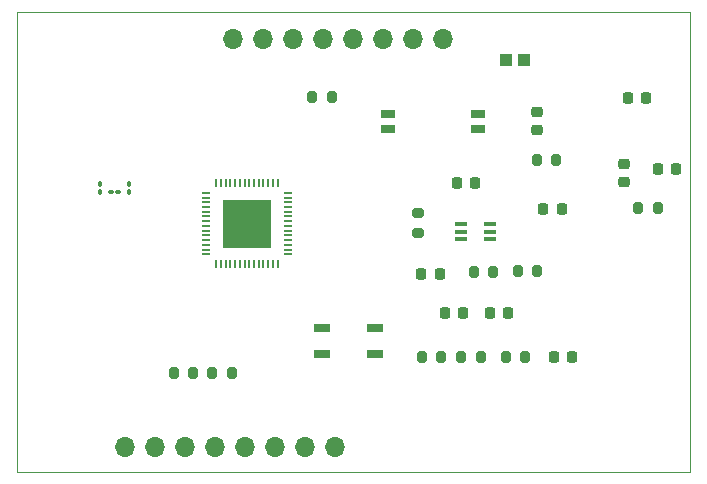
<source format=gbr>
%TF.GenerationSoftware,KiCad,Pcbnew,8.0.1*%
%TF.CreationDate,2024-04-28T17:40:03+05:30*%
%TF.ProjectId,ecg,6563672e-6b69-4636-9164-5f7063625858,rev?*%
%TF.SameCoordinates,Original*%
%TF.FileFunction,Soldermask,Top*%
%TF.FilePolarity,Negative*%
%FSLAX46Y46*%
G04 Gerber Fmt 4.6, Leading zero omitted, Abs format (unit mm)*
G04 Created by KiCad (PCBNEW 8.0.1) date 2024-04-28 17:40:03*
%MOMM*%
%LPD*%
G01*
G04 APERTURE LIST*
G04 Aperture macros list*
%AMRoundRect*
0 Rectangle with rounded corners*
0 $1 Rounding radius*
0 $2 $3 $4 $5 $6 $7 $8 $9 X,Y pos of 4 corners*
0 Add a 4 corners polygon primitive as box body*
4,1,4,$2,$3,$4,$5,$6,$7,$8,$9,$2,$3,0*
0 Add four circle primitives for the rounded corners*
1,1,$1+$1,$2,$3*
1,1,$1+$1,$4,$5*
1,1,$1+$1,$6,$7*
1,1,$1+$1,$8,$9*
0 Add four rect primitives between the rounded corners*
20,1,$1+$1,$2,$3,$4,$5,0*
20,1,$1+$1,$4,$5,$6,$7,0*
20,1,$1+$1,$6,$7,$8,$9,0*
20,1,$1+$1,$8,$9,$2,$3,0*%
G04 Aperture macros list end*
%ADD10RoundRect,0.200000X-0.200000X-0.275000X0.200000X-0.275000X0.200000X0.275000X-0.200000X0.275000X0*%
%ADD11RoundRect,0.100000X0.100000X-0.130000X0.100000X0.130000X-0.100000X0.130000X-0.100000X-0.130000X0*%
%ADD12RoundRect,0.200000X0.200000X0.275000X-0.200000X0.275000X-0.200000X-0.275000X0.200000X-0.275000X0*%
%ADD13RoundRect,0.225000X-0.250000X0.225000X-0.250000X-0.225000X0.250000X-0.225000X0.250000X0.225000X0*%
%ADD14RoundRect,0.225000X0.225000X0.250000X-0.225000X0.250000X-0.225000X-0.250000X0.225000X-0.250000X0*%
%ADD15RoundRect,0.200000X-0.275000X0.200000X-0.275000X-0.200000X0.275000X-0.200000X0.275000X0.200000X0*%
%ADD16RoundRect,0.225000X-0.225000X-0.250000X0.225000X-0.250000X0.225000X0.250000X-0.225000X0.250000X0*%
%ADD17O,1.700000X1.700000*%
%ADD18R,0.754800X0.199200*%
%ADD19R,0.199200X0.754800*%
%ADD20R,4.038600X4.038600*%
%ADD21RoundRect,0.100000X0.130000X0.100000X-0.130000X0.100000X-0.130000X-0.100000X0.130000X-0.100000X0*%
%ADD22R,1.270000X0.760000*%
%ADD23R,1.054100X0.355600*%
%ADD24R,1.397000X0.711200*%
%ADD25R,1.000000X1.000000*%
%TA.AperFunction,Profile*%
%ADD26C,0.050000*%
%TD*%
G04 APERTURE END LIST*
D10*
%TO.C,R4*%
X171600000Y-108250000D03*
X173250000Y-108250000D03*
%TD*%
D11*
%TO.C,C11*%
X140990000Y-94240000D03*
X140990000Y-93600000D03*
%TD*%
D12*
%TO.C,R6*%
X169890000Y-108275000D03*
X168240000Y-108275000D03*
%TD*%
D13*
%TO.C,C7*%
X185400000Y-91900000D03*
X185400000Y-93450000D03*
%TD*%
D12*
%TO.C,R9*%
X188220000Y-95592500D03*
X186570000Y-95592500D03*
%TD*%
D14*
%TO.C,C2*%
X180100000Y-95700000D03*
X178550000Y-95700000D03*
%TD*%
D15*
%TO.C,R3*%
X167904400Y-96061200D03*
X167904400Y-97711200D03*
%TD*%
D10*
%TO.C,R1*%
X176400000Y-100970000D03*
X178050000Y-100970000D03*
%TD*%
D16*
%TO.C,C5*%
X179450000Y-108250000D03*
X181000000Y-108250000D03*
%TD*%
%TO.C,C3*%
X168225000Y-101250000D03*
X169775000Y-101250000D03*
%TD*%
D17*
%TO.C,U5*%
X152280000Y-81350000D03*
X154820000Y-81350000D03*
X157360000Y-81350000D03*
X159900000Y-81350000D03*
X162440000Y-81350000D03*
X164980000Y-81350000D03*
X167520000Y-81350000D03*
X170060000Y-81350000D03*
%TD*%
D10*
%TO.C,R8*%
X177975000Y-91592500D03*
X179625000Y-91592500D03*
%TD*%
%TO.C,R10*%
X150500000Y-109600000D03*
X152150000Y-109600000D03*
%TD*%
D16*
%TO.C,C8*%
X185680000Y-86342500D03*
X187230000Y-86342500D03*
%TD*%
D13*
%TO.C,C10*%
X178050000Y-87472500D03*
X178050000Y-89022500D03*
%TD*%
D12*
%TO.C,R5*%
X177000000Y-108250000D03*
X175350000Y-108250000D03*
%TD*%
D18*
%TO.C,U1*%
X149997599Y-94350000D03*
X149997599Y-94749999D03*
X149997599Y-95150001D03*
X149997599Y-95550000D03*
X149997599Y-95949999D03*
X149997599Y-96350001D03*
X149997599Y-96750000D03*
X149997599Y-97150000D03*
X149997599Y-97549999D03*
X149997599Y-97950001D03*
X149997599Y-98350000D03*
X149997599Y-98749999D03*
X149997599Y-99150001D03*
X149997599Y-99550000D03*
D19*
X150850000Y-100402401D03*
X151249999Y-100402401D03*
X151650001Y-100402401D03*
X152050000Y-100402401D03*
X152449999Y-100402401D03*
X152850001Y-100402401D03*
X153250000Y-100402401D03*
X153650000Y-100402401D03*
X154049999Y-100402401D03*
X154450001Y-100402401D03*
X154850000Y-100402401D03*
X155249999Y-100402401D03*
X155650001Y-100402401D03*
X156050000Y-100402401D03*
D18*
X156902401Y-99550000D03*
X156902401Y-99150001D03*
X156902401Y-98749999D03*
X156902401Y-98350000D03*
X156902401Y-97950001D03*
X156902401Y-97549999D03*
X156902401Y-97150000D03*
X156902401Y-96750000D03*
X156902401Y-96350001D03*
X156902401Y-95949999D03*
X156902401Y-95550000D03*
X156902401Y-95150001D03*
X156902401Y-94749999D03*
X156902401Y-94350000D03*
D19*
X156050000Y-93497599D03*
X155650001Y-93497599D03*
X155249999Y-93497599D03*
X154850000Y-93497599D03*
X154450001Y-93497599D03*
X154049999Y-93497599D03*
X153650000Y-93497599D03*
X153250000Y-93497599D03*
X152850001Y-93497599D03*
X152449999Y-93497599D03*
X152050000Y-93497599D03*
X151650001Y-93497599D03*
X151249999Y-93497599D03*
X150850000Y-93497599D03*
D20*
X153450000Y-96950000D03*
%TD*%
D12*
%TO.C,R11*%
X148900000Y-109600000D03*
X147250000Y-109600000D03*
%TD*%
D14*
%TO.C,C9*%
X189770000Y-92360000D03*
X188220000Y-92360000D03*
%TD*%
D16*
%TO.C,C1*%
X171200000Y-93500000D03*
X172750000Y-93500000D03*
%TD*%
D21*
%TO.C,L1*%
X142570000Y-94240000D03*
X141930000Y-94240000D03*
%TD*%
D16*
%TO.C,C6*%
X174025000Y-104525000D03*
X175575000Y-104525000D03*
%TD*%
D22*
%TO.C,S1*%
X173040000Y-88960000D03*
X173040000Y-87690000D03*
X165420000Y-88960000D03*
X165420000Y-87690000D03*
%TD*%
D11*
%TO.C,C12*%
X143490000Y-94240000D03*
X143490000Y-93600000D03*
%TD*%
D16*
%TO.C,C4*%
X170205000Y-104525000D03*
X171755000Y-104525000D03*
%TD*%
D23*
%TO.C,U3*%
X171550000Y-96975002D03*
X171550000Y-97625001D03*
X171550000Y-98275000D03*
X174026500Y-98275000D03*
X174026500Y-97625001D03*
X174026500Y-96975002D03*
%TD*%
D24*
%TO.C,U9*%
X159789400Y-105800000D03*
X164310600Y-105800000D03*
X159789400Y-108000000D03*
X164310600Y-108000000D03*
%TD*%
D10*
%TO.C,R2*%
X172655000Y-101025000D03*
X174305000Y-101025000D03*
%TD*%
%TO.C,R7*%
X159005000Y-86250000D03*
X160655000Y-86250000D03*
%TD*%
D25*
%TO.C,BT2*%
X175400000Y-83090000D03*
X176940000Y-83090000D03*
%TD*%
D17*
%TO.C,U6*%
X143160000Y-115850000D03*
X145700000Y-115850000D03*
X148240000Y-115850000D03*
X150780000Y-115850000D03*
X153320000Y-115850000D03*
X155860000Y-115850000D03*
X158400000Y-115850000D03*
X160940000Y-115850000D03*
%TD*%
D26*
X134000000Y-79000000D02*
X191000000Y-79000000D01*
X191000000Y-118000000D02*
X191000000Y-79000000D01*
X134000000Y-118000000D02*
X191000000Y-118000000D01*
X134000000Y-79000000D02*
X134000000Y-118000000D01*
M02*

</source>
